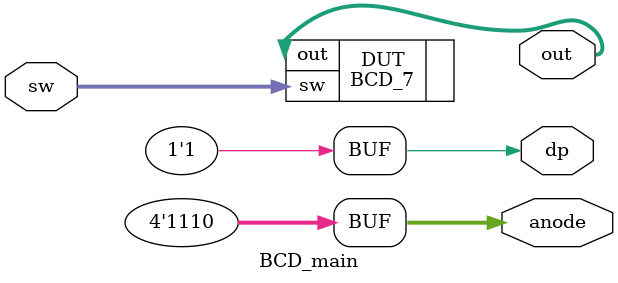
<source format=v>
`timescale 1ns / 1ns


module BCD_main (input [3:0] sw,
                output wire [6:0] out, //7 segment
                output wire [3:0] anode, //common anode
                output wire dp);

    assign anode = 4'b1110;
    assign dp = 1;
    BCD_7 DUT(.sw(sw),.out(out));

endmodule

</source>
